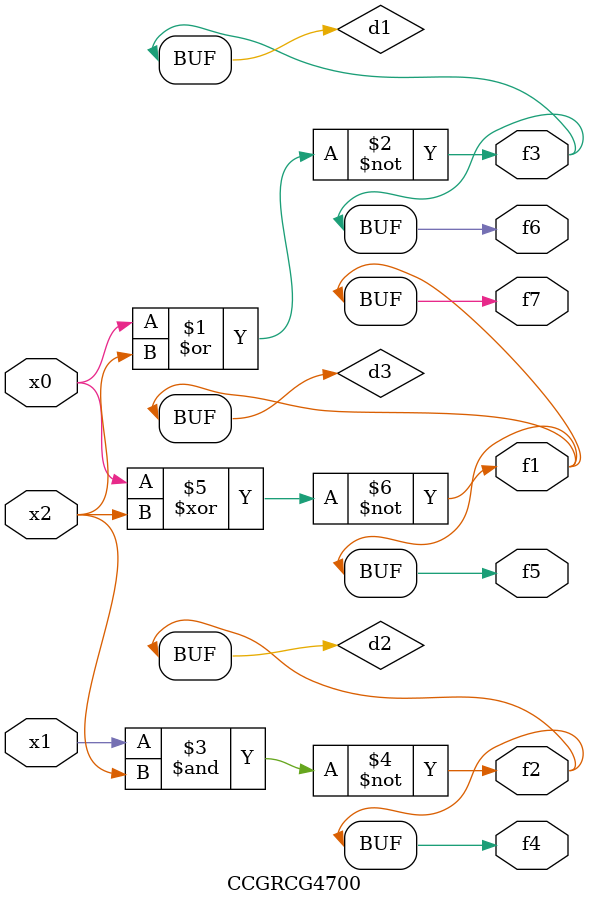
<source format=v>
module CCGRCG4700(
	input x0, x1, x2,
	output f1, f2, f3, f4, f5, f6, f7
);

	wire d1, d2, d3;

	nor (d1, x0, x2);
	nand (d2, x1, x2);
	xnor (d3, x0, x2);
	assign f1 = d3;
	assign f2 = d2;
	assign f3 = d1;
	assign f4 = d2;
	assign f5 = d3;
	assign f6 = d1;
	assign f7 = d3;
endmodule

</source>
